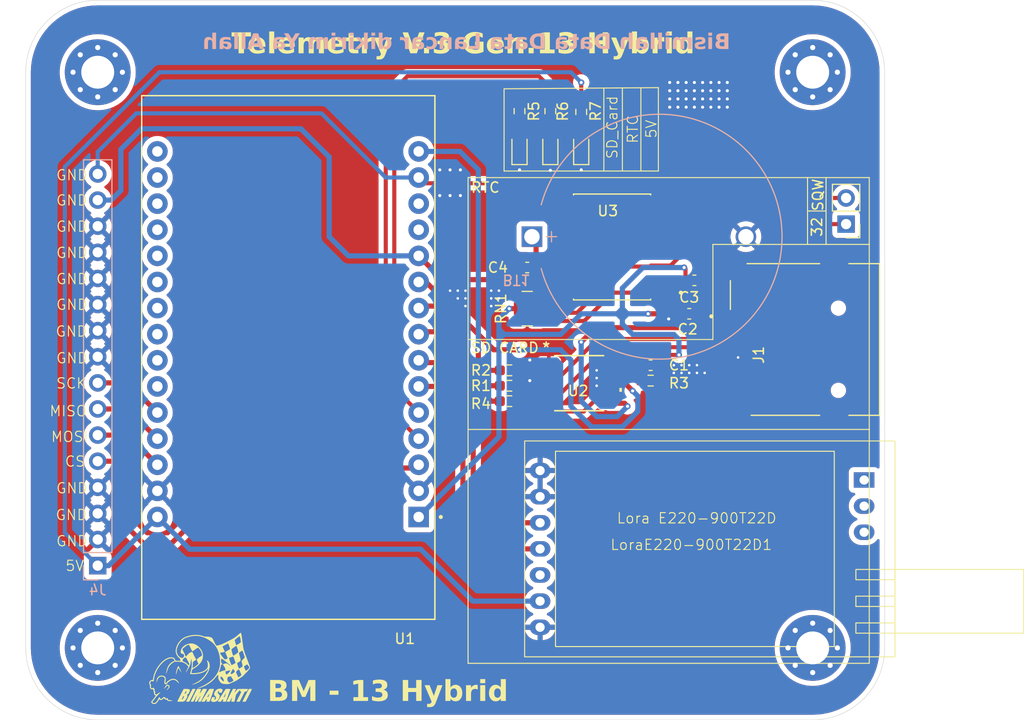
<source format=kicad_pcb>
(kicad_pcb (version 20241229) (generator "pcbnew") (generator_version "9.0")
  (layers (0 "F.Cu" signal) (2 "B.Cu" signal) (13 "F.Paste" user) (15 "B.Paste" user) (5 "F.SilkS" user "F.Silkscreen") (7 "B.SilkS" user "B.Silkscreen") (1 "F.Mask" user) (3 "B.Mask" user) (25 "Edge.Cuts" user))
  (net 0 "")
  (net 1 "GND")
  (net 2 "Net-(BT1-+)")
  (net 3 "+3.3V")
  (net 4 "Net-(D1-A)")
  (net 5 "Net-(D2-A)")
  (net 6 "Net-(D3-A)")
  (net 7 "/SCK_LLS")
  (net 8 "/DO_LLS")
  (net 10 "/CS_LLS")
  (net 13 "/DI_LLS")
  (net 14 "/32KHz")
  (net 15 "/SQW")
  (net 16 "/TX")
  (net 17 "+5V")
  (net 18 "Net-(U2-2A)")
  (net 19 "/SCK")
  (net 20 "/MOSI")
  (net 21 "Net-(U2-1A)")
  (net 22 "Net-(U2-4A)")
  (net 23 "/CS")
  (net 24 "Net-(U2-3A)")
  (net 25 "/SDA")
  (net 26 "/SCL")
  (net 27 "/MISO")
  (net 29 "/MOSI2")
  (net 39 "/CS2")
  (net 42 "/LED2")
  (net 43 "/LED1")
  (net 44 "/RX")
  (net 45 "/SCK2")
  (net 46 "/MISO2")
  (net 47 "unconnected-(U1-D35-Pad20)")
  (footprint "MountingHole:MountingHole_3.2mm_M3_Pad_Via" (layer "F.Cu") (at 57 52)
    (property "Reference" "REF**" (hide yes))
    (property "Value" "MountingHole_3.2mm_M3_Pad_Via" (hide yes))
  )
  (footprint "Resistor_SMD:R_Array_Convex_4x0603" (layer "F.Cu") (at 98.75 75)
    (property "Reference" "RN1")
    (property "Value" "4.7K")
  )
  (footprint "Capacitor_SMD:C_0603_1608Metric_Pad1.08x0.95mm_HandSolder" (layer "F.Cu") (at 110.75 80.5 180)
    (property "Reference" "C1")
    (property "Value" "100nF")
  )
  (footprint "Resistor_SMD:R_0603_1608Metric_Pad0.98x0.95mm_HandSolder" (layer "F.Cu") (at 101 55.7875 -90)
    (property "Reference" "R6")
    (property "Value" "1K")
  )
  (footprint "MountingHole:MountingHole_3.2mm_M3_Pad_Via" (layer "F.Cu") (at 126.5 108)
    (property "Reference" "REF**" (hide yes))
    (property "Value" "MountingHole_3.2mm_M3_Pad_Via" (hide yes))
  )
  (footprint "74LVC125APW,118:TSSOP14_SOT402-1_NEX" (layer "F.Cu") (at 103.800052 82.25)
    (property "Reference" "U2")
    (property "Value" "74LVC125APW_118")
  )
  (footprint "SDCard Socket:CUI_MSD-4-A" (layer "F.Cu") (at 125.75 78 90)
    (property "Reference" "J1")
    (property "Value" "MSD-4-A")
  )
  (footprint "MountingHole:MountingHole_3.2mm_M3_Pad_Via" (layer "F.Cu") (at 126.5 52)
    (property "Reference" "REF**" (hide yes))
    (property "Value" "MountingHole_3.2mm_M3_Pad_Via" (hide yes))
  )
  (footprint "LED_SMD:LED_0603_1608Metric_Pad1.05x0.95mm_HandSolder" (layer "F.Cu") (at 104 59.325 90)
    (property "Reference" "D3" (hide yes))
    (property "Value" "5V")
  )
  (footprint "Resistor_SMD:R_0603_1608Metric_Pad0.98x0.95mm_HandSolder" (layer "F.Cu") (at 97 84 180)
    (property "Reference" "R4")
    (property "Value" "3.3K")
  )
  (footprint "DS3231SN#:SOIC127P1032X265-16N" (layer "F.Cu") (at 107 69 180)
    (property "Reference" "U3")
    (property "Value" "DS3231SN_")
  )
  (footprint "Capacitor_SMD:C_0603_1608Metric_Pad1.08x0.95mm_HandSolder" (layer "F.Cu") (at 115 72.25 180)
    (property "Reference" "C3")
    (property "Value" "100nF")
  )
  (footprint "Resistor_SMD:R_0603_1608Metric_Pad0.98x0.95mm_HandSolder" (layer "F.Cu") (at 97 82.5)
    (property "Reference" "R1")
    (property "Value" "3.3K")
  )
  (footprint "Resistor_SMD:R_0603_1608Metric_Pad0.98x0.95mm_HandSolder" (layer "F.Cu") (at 97 81)
    (property "Reference" "R2")
    (property "Value" "3.3K")
  )
  (footprint "Resistor_SMD:R_0603_1608Metric_Pad0.98x0.95mm_HandSolder" (layer "F.Cu") (at 110.75 82)
    (property "Reference" "R3")
    (property "Value" "3.3K")
  )
  (footprint "Resistor_SMD:R_0603_1608Metric_Pad0.98x0.95mm_HandSolder" (layer "F.Cu") (at 104 55.8625 90)
    (property "Reference" "R7")
    (property "Value" "1K")
  )
  (footprint "ESP32:MODULE_ESP32_DEVKIT_V1" (layer "F.Cu") (at 75.5 79.75 180)
    (property "Reference" "U1")
    (property "Value" "ESP32-DEVKIT-V1")
  )
  (footprint "Resistor_SMD:R_0603_1608Metric_Pad0.98x0.95mm_HandSolder" (layer "F.Cu") (at 98 55.7875 -90)
    (property "Reference" "R5")
    (property "Value" "1K")
  )
  (footprint "Capacitor_SMD:C_0603_1608Metric_Pad1.08x0.95mm_HandSolder" (layer "F.Cu") (at 114.5 75.5)
    (property "Reference" "C2")
    (property "Value" "100nF")
  )
  (footprint "MountingHole:MountingHole_3.2mm_M3_Pad_Via" (layer "F.Cu") (at 57 108)
    (property "Reference" "REF**" (hide yes))
    (property "Value" "MountingHole_3.2mm_M3_Pad_Via" (hide yes))
  )
  (footprint "Lora E220-900T22D:Lora E220-900T22D" (layer "F.Cu") (at 98.5 108.87)
    (property "Reference" "LoraE220-900T22D1")
    (property "Value" "~")
  )
  (footprint "LED_SMD:LED_0603_1608Metric_Pad1.05x0.95mm_HandSolder" (layer "F.Cu") (at 101 59.325 90)
    (property "Reference" "D2" (hide yes))
    (property "Value" "SDCard")
  )
  (footprint "Telemetry V.3 BM13 EVO Hy:aaaaaaaa" (layer "F.Cu") (at 67 110)
    (property "Reference" "G***" (hide yes))
    (property "Value" "LOGO" (hide yes))
  )
  (footprint "Connector_PinHeader_2.54mm:PinHeader_1x02_P2.54mm_Vertical" (layer "F.Cu") (at 129.75 66.775 180)
    (property "Reference" "J2" (hide yes))
    (property "Value" "CON INT/32")
  )
  (footprint "Capacitor_SMD:C_0603_1608Metric_Pad1.08x0.95mm_HandSolder" (layer "F.Cu") (at 98.75 71 180)
    (property "Reference" "C4")
    (property "Value" "104")
  )
  (footprint "LED_SMD:LED_0603_1608Metric_Pad1.05x0.95mm_HandSolder" (layer "F.Cu") (at 98 59.325 90)
    (property "Reference" "D1" (hide yes))
    (property "Value" "RTC")
  )
  (footprint "Connector_PinHeader_2.54mm:PinHeader_1x16_P2.54mm_Vertical" (layer "B.Cu") (at 57 100)
    (property "Reference" "J4")
    (property "Value" "Conn_01x16_Pin")
  )
  (footprint "Battery:BatteryHolder_MYOUNG_BS-07-A1BJ001_CR2032" (layer "B.Cu") (at 99.210914 68)
    (property "Reference" "BT1")
    (property "Value" "Battery_Cell")
  )
  (gr_line (start 132 86.75) (end 93 86.75) (stroke (width 0.1)) (layer "F.SilkS"))
  (gr_line (start 111.5 61.6125) (end 96.5 61.6125) (stroke (width 0.1)) (layer "F.SilkS"))
  (gr_line (start 132 62.25) (end 93 62.25) (stroke (width 0.1)) (layer "F.SilkS"))
  (gr_line (start 132 62.25) (end 132 68.75) (stroke (width 0.1)) (layer "F.SilkS"))
  (gr_line (start 132 86.75) (end 132 109.5) (stroke (width 0.1)) (layer "F.SilkS"))
  (gr_line (start 127.8 62.4) (end 127.8 62.25) (stroke (width 0.1)) (layer "F.SilkS"))
  (gr_line (start 126 62.6) (end 126 62.25) (stroke (width 0.1)) (layer "F.SilkS"))
  (gr_line (start 109.8 53.55) (end 109.8 61.6) (stroke (width 0.1)) (layer "F.SilkS"))
  (gr_line (start 93 62.25) (end 93 77.625) (stroke (width 0.1)) (layer "F.SilkS"))
  (gr_line (start 132 109.5) (end 93 109.5) (stroke (width 0.1)) (layer "F.SilkS"))
  (gr_line (start 127.8 62.4) (end 127.8 68.6) (stroke (width 0.1)) (layer "F.SilkS"))
  (gr_line (start 116.8 78) (end 116.8 68.75) (stroke (width 0.1)) (layer "F.SilkS"))
  (gr_line (start 126.2 65.5) (end 127.8 65.5) (stroke (width 0.1)) (layer "F.SilkS"))
  (gr_line (start 108 53.6) (end 108 61.6) (stroke (width 0.1)) (layer "F.SilkS"))
  (gr_line (start 93 77.5) (end 93 86.7) (stroke (width 0.1)) (layer "F.SilkS"))
  (gr_line (start 127.8 68.6) (end 127.8 68.75) (stroke (width 0.1)) (layer "F.SilkS"))
  (gr_line (start 106.2 53.6) (end 106.2 61.6) (stroke (width 0.1)) (layer "F.SilkS"))
  (gr_line (start 126 62.6) (end 126 68.4) (stroke (width 0.1)) (layer "F.SilkS"))
  (gr_line (start 126 68.4) (end 126 68.75) (stroke (width 0.1)) (layer "F.SilkS"))
  (gr_line (start 93 109.5) (end 93 86.75) (stroke (width 0.1)) (layer "F.SilkS"))
  (gr_line (start 132 68.75) (end 132 86.8) (stroke (width 0.1)) (layer "F.SilkS"))
  (gr_line (start 96.5 53.6125) (end 111.5 53.5) (stroke (width 0.1)) (layer "F.SilkS"))
  (gr_line (start 126.2 65.5) (end 126 65.5) (stroke (width 0.1)) (layer "F.SilkS"))
  (gr_line (start 116.8 68.75) (end 132 68.75) (stroke (width 0.1)) (layer "F.SilkS"))
  (gr_line (start 111.5 53.5) (end 111.5 61.6125) (stroke (width 0.1)) (layer "F.SilkS"))
  (gr_line (start 96.5 61.6125) (end 96.5 53.6125) (stroke (width 0.1)) (layer "F.SilkS"))
  (gr_line (start 93 78) (end 116.8 78) (stroke (width 0.1)) (layer "F.SilkS"))
  (gr_line (start 133.5 52) (end 133.5 108) (stroke (width 0.05)) (layer "Edge.Cuts"))
  (gr_line (start 126.5 115) (end 57 115) (stroke (width 0.05)) (layer "Edge.Cuts"))
  (gr_arc (start 126.5 45) (mid 131.449747 47.050253) (end 133.5 52) (stroke (width 0.05)) (layer "Edge.Cuts"))
  (gr_arc (start 57 115) (mid 52.050253 112.949747) (end 50 108) (stroke (width 0.05)) (layer "Edge.Cuts"))
  (gr_arc (start 50 52) (mid 52.050253 47.050253) (end 57 45) (stroke (width 0.05)) (layer "Edge.Cuts"))
  (gr_line (start 57 45) (end 126.5 45) (stroke (width 0.05)) (layer "Edge.Cuts"))
  (gr_arc (start 133.5 108) (mid 131.449747 112.949747) (end 126.5 115) (stroke (width 0.05)) (layer "Edge.Cuts"))
  (gr_line (start 50 52) (end 50 108) (stroke (width 0.05)) (layer "Edge.Cuts"))
  (gr_text "MOSI" (at 52.4 88.05 0) (layer "F.SilkS") (effects (font (size 1 1) (thickness 0.1)) (justify left bottom)))
  (gr_text "RTC" (at 93.2 63.8 0) (layer "F.SilkS") (effects (font (size 1 1)) (justify left bottom)))
  (gr_text "GND" (at 52.9 98.2 0) (layer "F.SilkS") (effects (font (size 1 1) (thickness 0.1)) (justify left bottom)))
  (gr_text "GND" (at 52.9 93.05 0) (layer "F.SilkS") (effects (font (size 1 1) (thickness 0.1)) (justify left bottom)))
  (gr_text "Telemetry V.3 Gen.13 Hybrid" (at 70 50.5 0) (layer "F.SilkS") (effects (font (size 2 2) (thickness 0.4) (bold yes) (italic yes)) (justify left bottom)))
  (gr_text "RTC" (at 109.6 59 90) (layer "F.SilkS") (effects (font (size 1 1) (thickness 0.1)) (justify left bottom)))
  (gr_text "SD_Card" (at 107.6 60.5 90) (layer "F.SilkS") (effects (font (size 1 1) (thickness 0.1)) (justify left bottom)))
  (gr_text "CS" (at 53.75 90.45 0) (layer "F.SilkS") (effects (font (size 1 1) (thickness 0.1)) (justify left bottom)))
  (gr_text "GND" (at 52.85 77.8 0) (layer "F.SilkS") (effects (font (size 1 1) (thickness 0.1)) (justify left bottom)))
  (gr_text "SCK" (at 52.9 82.85 0) (layer "F.SilkS") (effects (font (size 1 1) (thickness 0.1)) (justify left bottom)))
  (gr_text "GND" (at 52.9 70.15 0) (layer "F.SilkS") (effects (font (size 1 1) (thickness 0.1)) (justify left bottom)))
  (gr_text "32" (at 127.5 68.1 90) (layer "F.SilkS") (effects (font (size 1 1)) (justify left bottom)))
  (gr_text "GND" (at 52.85 95.65 0) (layer "F.SilkS") (effects (font (size 1 1) (thickness 0.1)) (justify left bottom)))
  (gr_text "MISO" (at 52.25 85.55 0) (layer "F.SilkS") (effects (font (size 1 1) (thickness 0.1)) (justify left bottom)))
  (gr_text "SQW" (at 127.6 65.6 90) (layer "F.SilkS") (effects (font (size 1 1)) (justify left bottom)))
  (gr_text "BM - 13 Hybrid" (at 73.5 113.5 0) (layer "F.SilkS") (effects (font (size 2 2) (thickness 0.4) (bold yes) (italic yes)) (justify left bottom)))
  (gr_text "GND" (at 52.9 80.4 0) (layer "F.SilkS") (effects (font (size 1 1) (thickness 0.1)) (justify left bottom)))
  (gr_text "SD CARD" (at 93.2 79.4 0) (layer "F.SilkS") (effects (font (size 1 1)) (justify left bottom)))
  (gr_text "GND" (at 52.9 72.7 0) (layer "F.SilkS") (effects (font (size 1 1) (thickness 0.1)) (justify left bottom)))
  (gr_text "GND" (at 52.9 62.6 0) (layer "F.SilkS") (effects (font (size 1 1) (thickness 0.1)) (justify left bottom)))
  (gr_text "GND" (at 52.9 67.6 0) (layer "F.SilkS") (effects (font (size 1 1) (thickness 0.1)) (justify left bottom)))
  (gr_text "GND" (at 52.9 75.2 0) (layer "F.SilkS") (effects (font (size 1 1) (thickness 0.1)) (justify left bottom)))
  (gr_text "5V" (at 53.8 100.6 0) (layer "F.SilkS") (effects (font (size 1 1) (thickness 0.1)) (justify left bottom)))
  (gr_text "5V" (at 111.4 58.5 90) (layer "F.SilkS") (effects (font (size 1 1) (thickness 0.1)) (justify left bottom)))
  (gr_text "GND" (at 52.9 65.05 0) (layer "F.SilkS") (effects (font (size 1 1) (thickness 0.1)) (justify left bottom)))
  (gr_text "Bismillah Data Data Lancar dikirim Ya Allah" (at 118.5 50 0) (layer "B.SilkS") (effects (font (size 1.5 1.5) (thickness 0.3) (bold yes)) (justify left bottom mirror)))
  (segment (start 113 75.5) (end 112.5 76) (width 0.4) (layer "F.Cu") (net 1))
  (segment (start 103.050001 84.199999) (end 104.349999 82.900001) (width 0.4) (layer "F.Cu") (net 1))
  (segment (start 111.6125 80.5) (end 112.15 80.5) (width 0.5) (layer "F.Cu") (net 1))
  (segment (start 105.5 81.097951) (end 105.5 81.75) (width 0.4) (layer "F.Cu") (net 1))
  (segment (start 106.75 80.95) (end 105.647951 80.95) (width 0.4) (layer "F.Cu") (net 1))
  (segment (start 105.647951 80.95) (end 105.5 81.097951) (width 0.4) (layer "F.Cu") (net 1))
  (segment (start 100.850104 84.199999) (end 103.050001 84.199999) (width 0.4) (layer "F.Cu") (net 1))
  (segment (start 57.375 79.68) (end 57 79.68) (width 0.4) (layer "F.Cu") (net 1))
  (segment (start 113.6375 75.5) (end 113 75.5) (width 0.4) (layer "F.Cu") (net 1))
  (segment (start 99.299999 80.299999) (end 99 80) (width 0.4) (layer "F.Cu") (net 1))
  (segment (start 100.850104 80.299999) (end 99.299999 80.299999) (width 0.4) (layer "F.Cu") (net 1))
  (segment (start 104.349999 82.900001) (end 106.75 82.900001) (width 0.4) (layer "F.Cu") (net 1))
  (segment (start 98 60.2) (end 101 60.2) (width 0.5) (layer "F.Cu") (net 1))
  (segment (start 104.349999 82.900001) (end 105.5 81.75) (width 0.4) (layer "F.Cu") (net 1))
  (segment (start 98 60.2) (end 98 61.5) (width 0.5) (layer "F.Cu") (net 1))
  (segment (start 100.850104 82.25) (end 99.25 82.25) (width 0.4) (layer "F.Cu") (net 1))
  (segment (start 99.25 82.25) (end 99 82) (width 0.4) (layer "F.Cu") (net 1))
  (segment (start 101 60.2) (end 104 60.2) (width 0.5) (layer "F.Cu") (net 1))
  (segment (start 101 60.2) (end 101 61.545) (width 0.5) (layer "F.Cu") (net 1))
  (segment (start 104 60.2) (end 104 61.5) (width 0.5) (layer "F.Cu") (net 1))
  (via (at 115.8 53) (size 0.6) (drill 0.3) (layers "F.Cu" "B.Cu") (net 1))
  (via (at 90.25 64) (size 0.6) (drill 0.3) (layers "F.Cu" "B.Cu") (net 1))
  (via (at 113.4 55.4) (size 0.6) (drill 0.3) (layers "F.Cu" "B.Cu") (net 1))
  (via (at 116.6 55.4) (size 0.6) (drill 0.3) (layers "F.Cu" "B.Cu") (net 1))
  (via (at 115.25 81.25) (size 0.5) (drill 0.25) (layers "F.Cu" "B.Cu") (net 1))
  (via (at 113.75 81.25) (size 0.5) (drill 0.25) (layers "F.Cu" "B.Cu") (net 1))
  (via (at 105.5 81.75) (size 0.5) (drill 0.25) (layers "F.Cu" "B.Cu") (net 1))
  (via (at 114.5 80.5) (size 0.5) (drill 0.25) (layers "F.Cu" "B.Cu") (net 1))
  (via (at 113.4 54.6) (size 0.6) (drill 0.3) (layers "F.Cu" "B.Cu") (net 1))
  (via (at 105.5 82.5) (size 0.5) (drill 0.25) (layers "F.Cu" "B.Cu") (net 1))
  (via (at 118.2 54.6) (size 0.6) (drill 0.3) (layers "F.Cu" "B.Cu") (net 1))
  (via (at 113 81.25) (size 0.5) (drill 0.25) (layers "F.Cu" "B.Cu") (net 1))
  (via (at 112.6 55.4) (size 0.6) (drill 0.3) (layers "F.Cu" "B.Cu") (net 1))
  (via (at 101 61.545) (size 0.6) (drill 0.3) (layers "F.Cu" "B.Cu") (net 1))
  (via (at 112.6 53.8) (size 0.6) (drill 0.3) (layers "F.Cu" "B.Cu") (net 1))
  (via (at 116 81.25) (size 0.5) (drill 0.25) (layers "F.Cu" "B.Cu") (net 1))
  (via (at 113.75 80.5) (size 0.5) (drill 0.25) (layers "F.Cu" "B.Cu") (net 1))
  (via (at 112.5 76) (size 0.6) (drill 0.3) (layers "F.Cu" "B.Cu") (net 1))
  (via (at 115.25 80.5) (size 0.5) (drill 0.25) (layers "F.Cu" "B.Cu") (net 1))
  (via (at 105.5 81) (size 0.5) (drill 0.25) (layers "F.Cu" "B.Cu") (net 1))
  (via (at 114.2 53) (size 0.6) (drill 0.3) (layers "F.Cu" "B.Cu") (net 1))
  (via (at 118.2 53) (size 0.6) (drill 0.3) (layers "F.Cu" "B.Cu") (net 1))
  (via (at 96 74) (size 0.5) (drill 0.25) (layers "F.Cu" "B.Cu") (net 1))
  (via (at 92.75 74.75) (size 0.5) (drill 0.25) (layers "F.Cu" "B.Cu") (net 1))
  (via (at 99 82) (size 0.6) (drill 0.3) (layers "F.Cu" "B.Cu") (net 1))
  (via (at 116.6 53.8) (size 0.6) (drill 0.3) (layers "F.Cu" "B.Cu") (net 1))
  (via (at 96 73.25) (size 0.5) (drill 0.25) (layers "F.Cu" "B.Cu") (net 1))
  (via (at 117.4 55.4) (size 0.6) (drill 0.3) (layers "F.Cu" "B.Cu") (net 1))
  (via (at 92 74) (size 0.5) (drill 0.25) (layers "F.Cu" "B.Cu") (net 1))
  (via (at 114.2 54.6) (size 0.6) (drill 0.3) (layers "F.Cu" "B.Cu") (net 1))
  (via (at 91.25 64) (size 0.6) (drill 0.3) (layers "F.Cu" "B.Cu") (net 1))
  (via (at 112.6 53) (size 0.6) (drill 0.3) (layers "F.Cu" "B.Cu") (net 1))
  (via (at 112.6 54.6) (size 0.6) (drill 0.3) (layers "F.Cu" "B.Cu") (net 1))
  (via (at 117.4 54.6) (size 0.6) (drill 0.3) (layers "F.Cu" "B.Cu") (net 1))
  (via (at 114.2 53.8) (size 0.6) (drill 0.3) (layers "F.Cu" "B.Cu") (net 1))
  (via (at 114.2 55.4) (size 0.6) (drill 0.3) (layers "F.Cu" "B.Cu") (net 1))
  (via (at 91.25 73.25) (size 0.5) (drill 0.25) (layers "F.Cu" "B.Cu") (net 1))
  (via (at 95.25 74.75) (size 0.5) (drill 0.25) (layers "F.Cu" "B.Cu") (net 1))
  (via (at 115 53) (size 0.6) (drill 0.3) (layers "F.Cu" "B.Cu") (net 1))
  (via (at 92.75 73.25) (size 0.5) (drill 0.25) (layers "F.Cu" "B.Cu") (net 1))
  (via (at 117.4 53.8) (size 0.6) (drill 0.3) (layers "F.Cu" "B.Cu") (net 1))
  (via (at 104 61.5) (size 0.6) (drill 0.3) (layers "F.Cu" "B.Cu") (net 1))
  (via (at 113.4 53) (size 0.6) (drill 0.3) (layers "F.Cu" "B.Cu") (net 1))
  (via (at 98 61.5) (size 0.6) (drill 0.3) (layers "F.Cu" "B.Cu") (net 1))
  (via (at 115 54.6) (size 0.6) (drill 0.3) (layers "F.Cu" "B.Cu") (net 1))
  (via (at 95.25 73.25) (size 0.5) (drill 0.25) (layers "F.Cu" "B.Cu") (net 1))
  (via (at 92.25 61.5) (size 0.6) (drill 0.3) (layers "F.Cu" "B.Cu") (net 1))
  (via (at 117.4 53) (size 0.6) (drill 0.3) (layers "F.Cu" "B.Cu") (net 1))
  (via (at 115.8 53.8) (size 0.6) (drill 0.3) (layers "F.Cu" "B.Cu") (net 1))
  (via (at 92 73.25) (size 0.5) (drill 0.25) (layers "F.Cu" "B.Cu") (net 1))
  (via (at 113.4 53.8) (size 0.6) (drill 0.3) (layers "F.Cu" "B.Cu") (net 1))
  (via (at 118.2 53.8) (size 0.6) (drill 0.3) (layers "F.Cu" "B.Cu") (net 1))
  (via (at 116.6 54.6) (size 0.6) (drill 0.3) (layers "F.Cu" "B.Cu") (net 1))
  (via (at 119.25 79.75) (size 0.5) (drill 0.25) (layers "F.Cu" "B.Cu") (net 1))
  (via (at 115.8 54.6) (size 0.6) (drill 0.3) (layers "F.Cu" "B.Cu") (net 1))
  (via (at 92.75 74) (size 0.5) (drill 0.25) (layers "F.Cu" "B.Cu") (net 1))
  (via (at 115.8 55.4) (size 0.6) (drill 0.3) (layers "F.Cu" "B.Cu") (net 1))
  (via (at 116.6 53) (size 0.6) (drill 0.3) (layers "F.Cu" "B.Cu") (net 1))
  (via (at 92.25 64) (size 0.6) (drill 0.3) (layers "F.Cu" "B.Cu") (net 1))
  (via (at 113 80.5) (size 0.5) (drill 0.25) (layers "F.Cu" "B.Cu") (net 1))
  (via (at 115 55.4) (size 0.6) (drill 0.3) (layers "F.Cu" "B.Cu") (net 1))
  (via (at 90.25 61.5) (size 0.6) (drill 0.3) (layers "F.Cu" "B.Cu") (net 1))
  (via (at 99 80) (size 0.6) (drill 0.3) (layers "F.Cu" "B.Cu") (net 1))
  (via (at 114.5 81.25) (size 0.5) (drill 0.25) (layers "F.Cu" "B.Cu") (net 1))
  (via (at 118.2 55.4) (size 0.6) (drill 0.3) (layers "F.Cu" "B.Cu") (net 1))
  (via (at 95.25 74) (size 0.5) (drill 0.25) (layers "F.Cu" "B.Cu") (net 1))
  (via (at 91.25 61.5) (size 0.6) (drill 0.3) (layers "F.Cu" "B.Cu") (net 1))
  (via (at 115 53.8) (size 0.6) (drill 0.3) (layers "F.Cu" "B.Cu") (net 1))
  (segment (start 99.8625 68.651586) (end 99.210914 68) (width 0.5) (layer "F.Cu") (net 2))
  (segment (start 102.345 70.905) (end 99.7075 70.905) (width 0.5) (layer "F.Cu") (net 2))
  (segment (start 99.6125 71) (end 99.6125 68.401586) (width 0.5) (layer "F.Cu") (net 2))
  (segment (start 99.7075 70.905) (end 99.6125 71) (width 0.5) (layer "F.Cu") (net 2))
  (segment (start 99.6125 68.401586) (end 99.210914 68) (width 0.5) (layer "F.Cu") (net 2))
  (segment (start 97.85 75) (end 97.85 75.4) (width 0.5) (layer "F.Cu") (net 3))
  (segment (start 112.426 74.574) (end 112 75) (width 0.5) (layer "F.Cu") (net 3))
  (segment (start 114.1375 72.25) (end 114.1375 71.1375) (width 0.4) (layer "F.Cu") (net 3))
  (segment (start 97.85 74.6) (end 97.85 75) (width 0.5) (layer "F.Cu") (net 3))
  (segment (start 110.8875 79.5) (end 113.5 79.5) (width 0.4) (layer "F.Cu") (net 3))
  (segment (start 120 75.5) (end 119.25 74.75) (width 0.5) (layer "F.Cu") (net 3))
  (segment (start 119.3 79.05) (end 120 78.35) (width 0.5) (layer "F.Cu") (net 3))
  (segment (start 112 75) (end 111.5 75.5) (width 0.5) (layer "F.Cu") (net 3))
  (segment (start 119.25 74.75) (end 116.1125 74.75) (width 0.5) (layer "F.Cu") (net 3))
  (segment (start 114.0625 72.175) (end 114.1375 72.25) (width 0.4) (layer "F.Cu") (net 3))
  (segment (start 120 78.35) (end 120 75.5) (width 0.5) (layer "F.Cu") (net 3))
  (segment (start 111.655 72.175) (end 114.0625 72.175) (width 0.4) (layer "F.Cu") (net 3))
  (segment (start 114.1375 71.1375) (end 114 71) (width 0.4) (layer "F.Cu") (net 3))
  (segment (start 97.85 75) (end 97 75) (width 0.5) (layer "F.Cu") (net 3))
  (segment (start 116.1125 74.75) (end 115.3625 75.5) (width 0.5) (layer "F.Cu") (net 3))
  (segment (start 118 79.05) (end 119.3 79.05) (width 0.5) (layer "F.Cu") (net 3))
  (segment (start 115.3625 75.5) (end 114.4365 74.574) (width 0.5) (layer "F.Cu") (net 3))
  (segment (start 114.4365 74.574) (end 112.426 74.574) (width 0.5) (layer "F.Cu") (net 3))
  (segment (start 97.85 75.4) (end 97.85 76.2) (width 0.5) (layer "F.Cu") (net 3))
  (segment (start 109.687501 80.300001) (end 109.8875 80.5) (width 0.4) (layer "F.Cu") (net 3))
  (segment (start 111.5 75.5) (end 110.5 75.5) (width 0.5) (layer "F.Cu") (net 3))
  (segment (start 109.8875 80.5) (end 110.8875 79.5) (width 0.4) (layer "F.Cu") (net 3))
  (segment (start 97.85 73.8) (end 97.85 74.6) (width 0.5) (layer "F.Cu") (net 3))
  (segment (start 106.75 80.300001) (end 109.687501 80.300001) (width 0.4) (layer "F.Cu") (net 3))
  (via (at 97 75) (size 0.6) (drill 0.3) (layers "F.Cu" "B.Cu") (net 3))
  (via (at 114 71) (size 0.6) (drill 0.3) (layers "F.Cu" "B.Cu") (net 3))
  (via (at 113.5 79.5) (size 0.6) (drill 0.3) (layers "F.Cu" "B.Cu") (net 3))
  (via (at 110.5 75.5) (size 0.6) (drill 0.3) (layers "F.Cu" "B.Cu") (net 3))
  (segment (start 96 77) (end 96 76) (width 0.5) (layer "B.Cu") (net 3))
  (segment (start 96.5 77.5) (end 96 77.5) (width 0.5) (layer "B.Cu") (net 3))
  (segment (start 113.5 78) (end 113.5 79.5) (width 0.5) (layer "B.Cu") (net 3))
  (segment (start 96 77) (end 96.5 77.5) (width 0.5) (layer "B.Cu") (net 3))
  (segment (start 110 71) (end 114 71) (width 0.5) (layer "B.Cu") (net 3))
  (segment (start 107.5 75.5) (end 104 75.5) (width 0.5) (layer "B.Cu") (net 3))
  (segment (start 108 75.5) (end 108 76) (width 0.5) (layer "B.Cu") (net 3))
  (segment (start 108 75.5) (end 107.5 75.5) (width 0.5) (layer "B.Cu") (net 3))
  (segment (start 113 77.5) (end 113.5 78) (width 0.5) (layer "B.Cu") (net 3))
  (segment (start 108 75) (end 107.5 75.5) (width 0.5) (layer "B.Cu") (net 3))
  (segment (start 104 75.5) (end 102 77.5) (width 0.5) (layer "B.Cu") (net 3))
  (segment (start 108.5 75.5) (end 108 76) (width 0.5) (layer "B.Cu") (net 3))
  (segment (start 108.5 75.5) (end 108 75.5) (width 0.5) (layer "B.Cu") (net 3))
  (segment (start 109 77.5) (end 113 77.5) (width 0.5) (layer "B.Cu") (net 3))
  (segment (start 108 75.5) (end 108 75) (width 0.5) (layer "B.Cu") (net 3))
  (segment (start 107.5 75.5) (end 108 76) (width 0.5) (layer "B.Cu") (net 3))
  (segment (start 102 77.5) (end 96.5 77.5) (width 0.5) (layer "B.Cu") (net 3))
  (segment (start 108 76.5) (end 109 77.5) (width 0.5) (layer "B.Cu") (net 3))
  (segment (start 96 77.5) (end 96 77) (width 0.5) (layer "B.Cu") (net 3))
  (segment (start 108 76) (end 108 76.5) (width 0.5) (layer "B.Cu") (net 3))
  (segment (start 96 76) (end 97 75) (width 0.5) (layer "B.Cu") (net 3))
  (segment (start 108 75) (end 108.5 75.5) (width 0.5) (layer "B.Cu") (net 3))
  (segment (start 96 87.465) (end 96 78) (width 0.5) (layer "B.Cu") (net 3))
  (segment (start 108 75) (end 108 73) (width 0.5) (layer "B.Cu") (net 3))
  (segment (start 108 73) (end 110 71) (width 0.5) (layer "B.Cu") (net 3))
  (segment (start 96 78) (end 96.5 77.5) (width 0.5) (layer "B.Cu") (net 3))
  (segment (start 96 78) (end 96 77.5) (width 0.5) (layer "B.Cu") (net 3))
  (segment (start 110.5 75.5) (end 108.5 75.5) (width 0.5) (layer "B.Cu") (net 3))
  (segment (start 88.2 95.265) (end 96 87.465) (width 0.5) (layer "B.Cu") (net 3))
  (segment (start 98 58.45) (end 98 56.7) (width 0.5) (layer "F.Cu") (net 4))
  (segment (start 101 58.45) (end 101 56.7) (width 0.5) (layer "F.Cu") (net 5))
  (segment (start 104 58.45) (end 104 56.775) (width 0.5) (layer "F.Cu") (net 6))
  (segment (start 100.850104 83.55) (end 101.7 83.55) (width 0.4) (layer "F.Cu") (net 7))
  (segment (start 101.7 83.55) (end 106.5 78.75) (width 0.4) (layer "F.Cu") (net 7))
  (segment (start 115.25 78.75) (end 116.65 80.15) (width 0.4) (layer "F.Cu") (net 7))
  (segment (start 116.65 80.15) (end 118 80.15) (width 0.4) (layer "F.Cu") (net 7))
  (segment (start 106.5 78.75) (end 115.25 78.75) (width 0.4) (layer "F.Cu") (net 7))
  (segment (start 112.0125 82.35) (end 118 82.35) (width 0.5) (layer "F.Cu") (net 8))
  (segment (start 111.6625 82) (end 112.0125 82.35) (width 0.5) (layer "F.Cu") (net 8))
  (segment (start 118 76.85) (end 105.4 76.85) (width 0.5) (layer "F.Cu") (net 10))
  (segment (start 106.75 84.200001) (end 108.200001 84.200001) (width 0.5) (layer "F.Cu") (net 10))
  (segment (start 105.4 76.85) (end 104 78.25) (width 0.5) (layer "F.Cu") (net 10))
  (segment (start 108.200001 84.200001) (end 108.5 84.5) (width 0.5) (layer "F.Cu") (net 10))
  (via (at 104 78.25) (size 0.6) (drill 0.3) (layers "F.Cu" "B.Cu") (net 10))
  (via (at 108.5 84.5) (size 0.6) (drill 0.3) (layers "F.Cu" "B.Cu") (net 10))
  (segment (start 107.5 85.5) (end 108.5 84.5) (width 0.5) (layer "B.Cu") (net 10))
  (segment (start 104 78.25) (end 104 84) (width 0.5) (layer "B.Cu") (net 10))
  (segment (start 105.5 85.5) (end 107.5 85.5) (width 0.5) (layer "B.Cu") (net 10))
  (segment (start 104 84) (end 105.5 85.5) (width 0.5) (layer "B.Cu") (net 10))
  (segment (start 105 78.552154) (end 105 78.5) (width 0.4) (layer "F.Cu") (net 13))
  (segment (start 105 78.5) (end 105.55 77.95) (width 0.4) (layer "F.Cu") (net 13))
  (segment (start 105.55 77.95) (end 118 77.95) (width 0.4) (layer "F.Cu") (net 13))
  (segment (start 100.850104 81.600001) (end 101.952153 81.600001) (width 0.4) (layer "F.Cu") (net 13))
  (segment (start 101.952153 81.600001) (end 105 78.552154) (width 0.4) (layer "F.Cu") (net 13))
  (segment (start 112.4375 73.425) (end 112.5 73.3625) (width 0.5) (layer "F.Cu") (net 14))
  (segment (start 129.75 66.775) (end 125.975 66.775) (width 0.4) (layer "F.Cu") (net 14))
  (segment (start 99.65 76.2) (end 104.3 76.2) (width 0.4) (layer "F.Cu") (net 14))
  (segment (start 125.975 66.775) (end 119.305 73.445) (width 0.4) (layer "F.Cu") (net 14))
  (segment (start 107.055 73.445) (end 111.655 73.445) (width 0.4) (layer "F.Cu") (net 14))
  (segment (start 104.3 76.2) (end 107.055 73.445) (width 0.4) (layer "F.Cu") (net 14))
  (segment (start 119.305 73.445) (end 111.655 73.445) (width 0.4) (layer "F.Cu") (net 14))
  (segment (start 119.265 64.235) (end 112.595 70.905) (width 0.4) (layer "F.Cu") (net 15))
  (segment (start 112.595 70.905) (end 111.655 70.905) (width 0.4) (layer "F.Cu") (net 15))
  (segment (start 103.6 75.4) (end 108.095 70.905) (width 0.4) (layer "F.Cu") (net 15))
  (segment (start 129.75 64.235) (end 119.265 64.235) (width 0.4) (layer "F.Cu") (net 15))
  (segment (start 108.095 70.905) (end 111.655 70.905) (width 0.4) (layer "F.Cu") (net 15))
  (segment (start 99.65 75.4) (end 103.6 75.4) (width 0.4) (layer "F.Cu") (net 15))
  (segment (start 94.87 98.37) (end 100 98.37) (width 0.5) (layer "F.Cu") (net 16))
  (segment (start 90.565 82.565) (end 92.5 84.5) (width 0.5) (layer "F.Cu") (net 16))
  (segment (start 92.5 84.5) (end 92.5 96) (width 0.5) (layer "F.Cu") (net 16))
  (segment (start 88.2 82.565) (end 90.565 82.565) (width 0.5) (layer "F.Cu") (net 16))
  (segment (start 92.5 96) (end 94.87 98.37) (width 0.5) (layer "F.Cu") (net 16))
  (segment (start 104 54.95) (end 104 53) (width 0.4) (layer "F.Cu") (net 17))
  (via (at 104 53) (size 0.6) (drill 0.3) (layers "F.Cu" "B.Cu") (net 17))
  (segment (start 53.8 96.8) (end 57 100) (width 0.4) (layer "B.Cu") (net 17))
  (segment (start 93.45 103.45) (end 100 103.45) (width 0.5) (layer "B.Cu") (net 17))
  (segment (start 62.8 95.265) (end 65.935 98.4) (width 0.5) (layer "B.Cu") (net 17))
  (segment (start 53.8 61.2) (end 53.8 96.8) (width 0.4) (layer "B.Cu") (net 17))
  (segment (start 62.8 95.265) (end 58.065 100) (width 0.5) (layer "B.Cu") (net 17))
  (segment (start 58.065 100) (end 57 100) (width 0.5) (layer "B.Cu") (net 17))
  (segment (start 63 52) (end 53.8 61.2) (width 0.4) (layer "B.Cu") (net 17))
  (segment (start 104 53) (end 103 52) (width 0.4) (layer "B.Cu") (net 17))
  (segment (start 103 52) (end 63 52) (width 0.4) (layer "B.Cu") (net 17))
  (segment (start 88.4 98.4) (end 93.45 103.45) (width 0.5) (layer "B.Cu") (net 17))
  (segment (start 65.935 98.4) (end 88.4 98.4) (width 0.5) (layer "B.Cu") (net 17))
  (segment (start 100.850104 82.899999) (end 98.312499 82.899999) (width 0.4) (layer "F.Cu") (net 18))
  (segment (start 98.312499 82.899999) (end 97.9125 82.5) (width 0.4) (layer "F.Cu") (net 18))
  (segment (start 92.75 80.125) (end 92.75 77.75) (width 0.5) (layer "F.Cu") (net 19))
  (segment (start 96.0875 82.5) (end 95.125 82.5) (width 0.5) (layer "F.Cu") (net 19))
  (segment (start 92.75 77.75) (end 89.75 74.75) (width 0.5) (layer "F.Cu") (net 19))
  (segment (start 88.395 74.75) (end 88.2 74.945) (width 0.5) (layer "F.Cu") (net 19))
  (segment (start 89.75 74.75) (end 88.395 74.75) (width 0.5) (layer "F.Cu") (net 19))
  (segment (start 95.125 82.5) (end 92.75 80.125) (width 0.5) (layer "F.Cu") (net 19))
  (segment (start 95 81) (end 94 80) (width 0.5) (layer "F.Cu") (net 20))
  (segment (start 96.0875 81) (end 95 81) (width 0.5) (layer "F.Cu") (net 20))
  (segment (start 94 80) (end 94 79) (width 0.5) (layer "F.Cu") (net 20))
  (via (at 94 79) (size 0.6) (drill 0.3) (layers "F.Cu" "B.Cu") (net 20))
  (segment (start 94 79) (end 94 61.5) (width 0.5) (layer "B.Cu") (net 20))
  (segment (start 94 61.5) (end 92.205 59.705) (width 0.5) (layer "B.Cu") (net 20))
  (segment (start 92.205 59.705) (end 88.2 59.705) (width 0.5) (layer "B.Cu") (net 20))
  (segment (start 100.850104 80.95) (end 97.9625 80.95) (width 0.4) (layer "F.Cu") (net 21))
  (segment (start 97.9625 80.95) (end 97.9125 81) (width 0.4) (layer "F.Cu") (net 21))
  (segment (start 106.75 81.600001) (end 108.850001 81.600001) (width 0.4) (layer "F.Cu") (net 22))
  (segment (start 109.25 82) (end 109.8375 82) (width 0.4) (layer "F.Cu") (net 22))
  (segment (start 108.850001 81.600001) (end 109.25 82) (width 0.4) (layer "F.Cu") (net 22))
  (segment (start 96.0875 84) (end 95.25 84) (width 0.5) (layer "F.Cu") (net 23))
  (segment (start 88.435 77.25) (end 88.2 77.485) (width 0.5) (layer "F.Cu") (net 23))
  (segment (start 90.75 77.25) (end 88.435 77.25) (width 0.5) (layer "F.Cu") (net 23))
  (segment (start 95.25 84) (end 91.75 80.5) (width 0.5) (layer "F.Cu") (net 23))
  (segment (start 91.75 80.5) (end 91.75 78.25) (width 0.5) (layer "F.Cu") (net 23))
  (segment (start 91.75 78.25) (end 90.75 77.25) (width 0.5) (layer "F.Cu") (net 23))
  (segment (start 99.5 85) (end 104.25 85) (width 0.4) (layer "F.Cu") (net 24))
  (segment (start 104.25 85) (end 105.7 83.55) (width 0.4) (layer "F.Cu") (net 24))
  (segment (start 105.7 83.55) (end 106.75 83.55) (width 0.4) (layer "F.Cu") (net 24))
  (segment (start 97.9125 84) (end 98.5 84) (width 0.4) (layer "F.Cu") (net 24))
  (segment (start 98.5 84) (end 99.5 85) (width 0.4) (layer "F.Cu") (net 24))
  (segment (start 99 72.175) (end 99.5 72.175) (width 0.5) (layer "F.Cu") (net 25))
  (segment (start 90.51 72.175) (end 99 72.175) (width 0.5) (layer "F.Cu") (net 25))
  (segment (start 99.975 72.175) (end 99.65 72.5) (width 0.5) (layer "F.Cu") (net 25))
  (segment (start 99.65 73.8) (end 99.65 72.5) (width 0.5) (layer "F.Cu") (net 25))
  (segment (start 100 72.175) (end 102.345 72.175) (width 0.5) (layer "F.Cu") (net 25))
  (segment (start 99 72.175) (end 99.325 72.175) (width 0.5) (layer "F.Cu") (net 25))
  (segment (start 99.65 72.325) (end 99.5 72.175) (width 0.5) (layer "F.Cu") (net 25))
  (segment (start 101.575 72.175) (end 102.345 72.175) (width 0.4) (layer "F.Cu") (net 25))
  (segment (start 99.5 72.175) (end 100 72.175) (width 0.5) (layer "F.Cu") (net 25))
  (segment (start 99.65 72.5) (end 99.65 72.325) (width 0.5) (layer "F.Cu") (net 25))
  (segment (start 99.325 72.175) (end 99.65 72.5) (width 0.5) (layer "F.Cu") (net 25))
  (segment (start 102.345 72.175) (end 103.37 72.175) (width 0.4) (layer "F.Cu") (net 25))
  (segment (start 88.2 69.865) (end 90.51 72.175) (width 0.5) (layer "F.Cu") (net 25))
  (segment (start 100 72.175) (end 99.975 72.175) (width 0.5) (layer "F.Cu") (net 25))
  (segment (start 59.25 59.5) (end 61.25 57.5) (width 0.5) (layer "B.Cu") (net 25))
  (segment (start 61.25 57.5) (end 76.75 57.5) (width 0.5) (layer "B.Cu") (net 25))
  (segment (start 79.5 68) (end 81.365 69.865) (width 0.5) (layer "B.Cu") (net 25))
  (segment (start 58.31 64.44) (end 59.25 63.5) (width 0.5) (layer "B.Cu") (net 25))
  (segment (start 81.365 69.865) (end 88.2 69.865) (width 0.5) (layer "B.Cu") (net 25))
  (segment (start 76.75 57.5) (end 79.5 60.25) (width 0.5) (layer "B.Cu") (net 25))
  (segment (start 57 64.44) (end 58.31 64.44) (width 0.5) (layer "B.Cu") (net 25))
  (segment (start 59.25 63.5) (end 59.25 59.5) (width 0.5) (layer "B.Cu") (net 25))
  (segment (start 79.5 60.25) (end 79.5 68) (width 0.5) (layer "B.Cu") (net 25))
  (segment (start 106 64.6) (end 104.2 62.8) (width 0.4) (layer "F.Cu") (net 26))
  (segment (start 106 71.5) (end 106 64.6) (width 0.4) (layer "F.Cu") (net 26))
  (segment (start 88.755 62.8) (end 88.2 62.245) (width 0.4) (layer "F.Cu") (net 26))
  (segment (start 102.345 73.445) (end 104.055 73.445) (width 0.4) (layer "F.Cu") (net 26))
  (segment (start 99.65 74.6) (end 100.15 74.6) (width 0.4) (layer "F.Cu") (net 26))
  (segment (start 104.055 73.445) (end 106 71.5) (width 0.4) (layer "F.Cu") (net 26))
  (segment (start 101.305 73.445) (end 102.345 73.445) (width 0.4) (layer "F.Cu") (net 26))
  (segment (start 104.2 62.8) (end 88.755 62.8) (width 0.4) (layer "F.Cu") (net 26))
  (segment (start 103.37 73.445) (end 102.345 73.445) (width 0.5) (layer "F.Cu") (net 26))
  (segment (start 100.15 74.6) (end 101.305 73.445) (width 0.4) (layer "F.Cu") (net 26))
  (segment (start 57 59.75) (end 57 61.9) (width 0.4) (layer "B.Cu") (net 26))
  (segment (start 60.75 56) (end 57 59.75) (width 0.4) (layer "B.Cu") (net 26))
  (segment (start 84.995 62.245) (end 78.75 56) (width 0.4) (layer "B.Cu") (net 26))
  (segment (start 78.75 56) (end 60.75 56) (width 0.4) (layer "B.Cu") (net 26))
  (segment (start 88.2 62.245) (end 84.995 62.245) (width 0.4) (layer "B.Cu") (net 26))
  (segment (start 92.5 76) (end 94 77.5) (width 0.5) (layer "F.Cu") (net 27))
  (segment (start 108.25 82.25) (end 109 83) (width 0.5) (layer "F.Cu") (net 27))
  (segment (start 88.2 72.405) (end 88.905 72.405) (width 0.5) (layer "F.Cu") (net 27))
  (segment (start 94 77.5) (end 95.5 79) (width 0.5) (layer "F.Cu") (net 27))
  (segment (start 95.5 79) (end 98 79) (width 0.5) (layer "F.Cu") (net 27))
  (segment (start 106.75 82.25) (end 108.25 82.25) (width 0.5) (layer "F.Cu") (net 27))
  (segment (start 88.905 72.405) (end 92.5 76) (width 0.5) (layer "F.Cu") (net 27))
  (via (at 109 83) (size 0.6) (drill 0.3) (layers "F.Cu" "B.Cu") (net 27))
  (via (at 98 79) (size 0.6) (drill 0.3) (layers "F.Cu" "B.Cu") (net 27))
  (segment (start 109.5 83.5) (end 109 83) (width 0.5) (layer "B.Cu") (net 27))
  (segment (start 108 86.5) (end 109.5 85) (width 0.5) (layer "B.Cu") (net 27))
  (segment (start 98 79) (end 102 79) (width 0.5) (layer "B.Cu") (net 27))
  (segment (start 102 79) (end 103 80) (width 0.5) (layer "B.Cu") (net 27))
  (segment (start 103 84.5) (end 105 86.5) (width 0.5) (layer "B.Cu") (net 27))
  (segment (start 105 86.5) (end 108 86.5) (width 0.5) (layer "B.Cu") (net 27))
  (segment (start 103 80) (end 103 84.5) (width 0.5) (layer "B.Cu") (net 27))
  (segment (start 109.5 85) (end 109.5 83.5) (width 0.5) (layer "B.Cu") (net 27))
  (segment (start 62.8 90.185) (end 59.915 87.3) (width 0.5) (layer "F.Cu") (net 29))
  (segment (start 59.915 87.3) (end 57 87.3) (width 0.5) (layer "F.Cu") (net 29))
  (segment (start 60 96.4) (end 61.4 97.8) (width 0.5) (layer "F.Cu") (net 39))
  (segment (start 66.2 95.8) (end 66.2 92.2) (width 0.5) (layer "F.Cu") (net 39))
  (segment (start 57 89.84) (end 58.64 89.84) (width 0.5) (layer "F.Cu") (net 39))
  (segment (start 66.2 92.2) (end 67.9 90.5) (width 0.5) (layer "F.Cu") (net 39))
  (segment (start 60 91.2) (end 60 96.4) (width 0.5) (layer "F.Cu") (net 39))
  (segment (start 64.2 97.8) (end 66.2 95.8) (width 0.5) (layer "F.Cu") (net 39))
  (segment (start 58.64 89.84) (end 60 91.2) (width 0.5) (layer "F.Cu") (net 39))
  (segment (start 67.9 90.5) (end 87.885 90.5) (width 0.5) (layer "F.Cu") (net 39))
  (segment (start 61.4 97.8) (end 64.2 97.8) (width 0.5) (layer "F.Cu") (net 39))
  (segment (start 87.885 90.5) (end 88.2 90.185) (width 0.5) (layer "F.Cu") (net 39))
  (segment (start 85.829 55.171) (end 87.5 53.5) (width 0.4) (layer "F.Cu") (net 42))
  (segment (start 88.2 85.105) (end 85.829 82.734) (width 0.4) (layer "F.Cu") (net 42))
  (segment (start 97.3875 53.5) (end 98 54.1125) (width 0.4) (layer "F.Cu") (net 42))
  (segment (start 87.5 53.5) (end 97.3875 53.5) (width 0.4) (layer "F.Cu") (net 42))
  (segment (start 98 54.1125) (end 98 54.875) (width 0.4) (layer "F.Cu") (net 42))
  (segment (start 85.829 82.734) (end 85.829 55.171) (width 0.4) (layer "F.Cu") (net 42))
  (segment (start 101 53.5) (end 101 54.875) (width 0.4) (layer "F.Cu") (net 43))
  (segment (start 88.2 87.645) (end 85 84.445) (width 0.4) (layer "F.Cu") (net 43))
  (segment (start 87.101 52.399) (end 99.899 52.399) (width 0.4) (layer "F.Cu") (net 43))
  (segment (start 85 84.445) (end 85 54.5) (width 0.4) (layer "F.Cu") (net 43))
  (segment (start 85 54.5) (end 87.101 52.399) (width 0.4) (layer "F.Cu") (net 43))
  (segment (start 99.899 52.399) (end 101 53.5) (width 0.4) (layer "F.Cu") (net 43))
  (segment (start 97.55 95.85) (end 97.57 95.83) (width 0.5) (layer "F.Cu") (net 44))
  (segment (start 93.5 83.625) (end 93.5 94) (width 0.5) (layer "F.Cu") (net 44))
  (segment (start 90.125 80.25) (end 93.5 83.625) (width 0.5) (layer "F.Cu") (net 44))
  (segment (start 95.35 95.85) (end 97.55 95.85) (width 0.5) (layer "F.Cu") (net 44))
  (segment (start 97.57 95.83) (end 100 95.83) (width 0.5) (layer "F.Cu") (net 44))
  (segment (start 93.5 94) (end 95.35 95.85) (width 0.5) (layer "F.Cu") (net 44))
  (segment (start 88.2 80.025) (end 88.425 80.25) (width 0.5) (layer "F.Cu") (net 44))
  (segment (start 88.425 80.25) (end 90.125 80.25) (width 0.5) (layer "F.Cu") (net 44))
  (segment (start 62.8 85.105) (end 59.915 82.22) (width 0.5) (layer "F.Cu") (net 45))
  (segment (start 57.375 82.22) (end 57 82.22) (width 0.4) (layer "F.Cu") (net 45))
  (segment (start 59.915 82.22) (end 57 82.22) (width 0.5) (layer "F.Cu") (net 45))
  (segment (start 57.375 84.76) (end 57 84.76) (width 0.4) (layer "F.Cu") (net 46))
  (segment (start 62.8 87.645) (end 59.915 84.76) (width 0.5) (layer "F.Cu") (net 46))
  (segment (start 59.915 84.76) (end 57 84.76) (width 0.5) (layer "F.Cu") (net 46))
  (segment (start 62.435 69.5) (end 62.8 69.865) (width 0.5) (layer "F.Cu") (net 47))
  (zone (net 1) (net_name "GND") (layers "F.Cu" "B.Cu") (connect_pads (clearance 0.5)) (min_thickness 0.25) (fill yes (thermal_gap 0.5) (thermal_bridge_width 0.5))
    (polygon (pts (xy 47.5 45) (xy 133.5 45) (xy 133.5 115) (xy 47.5 115)))
  )
  (zone (net 1) (net_name "GND") (layer "B.Cu") (priority 1) (connect_pads (clearance 0.5)) (min_thickness 0.25) (fill yes (thermal_gap 0.5) (thermal_bridge_width 0.5))
    (polygon (pts (xy 47.5 45) (xy 133.5 45) (xy 133.5 115) (xy 47.5 115)))
  )
)
</source>
